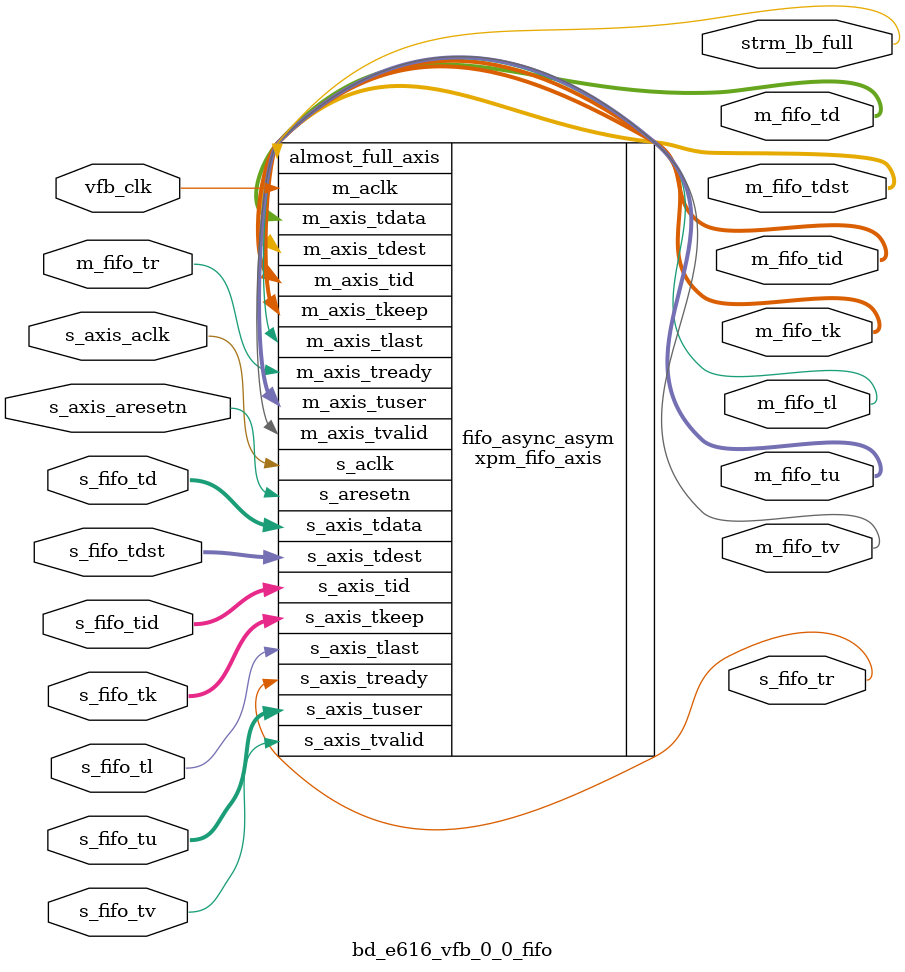
<source format=v>
`timescale 1ps/1ps
module bd_e616_vfb_0_0_fifo (
  input            s_axis_aclk    ,

  input         s_axis_aresetn ,
  input            vfb_clk        ,
  output    s_fifo_tr      ,
  input     s_fifo_tv      ,
  input      [32-1:0]  s_fifo_td      ,
  input [31:0]     s_fifo_tid    ,   
  input      [12-1:0]  s_fifo_tu      ,
  input      [31:0] s_fifo_tdst      ,
  input      [4-1:0] s_fifo_tk      ,
  input      s_fifo_tl      ,
  input     m_fifo_tr      ,
  output     m_fifo_tv      ,
  output   [32-1:0]   m_fifo_td      ,
  output [31:0]     m_fifo_tid    ,   
  output[ 31:0]     m_fifo_tdst    ,   
  output   [12-1:0]  m_fifo_tu      ,
  output    [4-1:0] m_fifo_tk      ,
  output      m_fifo_tl      ,
  output  strm_lb_full   
);

xpm_fifo_axis#(
      .CLOCKING_MODE("independent_clock"), // String
      .ECC_MODE("no_ecc"),            // String
      .FIFO_DEPTH(2048),              // DECIMAL
      .FIFO_MEMORY_TYPE("block"),      // String
      .PACKET_FIFO("false"),          // String
      .PROG_EMPTY_THRESH(10),         // DECIMAL
      .PROG_FULL_THRESH(2043),          // DECIMAL
      .RD_DATA_COUNT_WIDTH(1),        // DECIMAL
      .RELATED_CLOCKS(0),             // DECIMAL
      .SIM_ASSERT_CHK(0),             // DECIMAL; 0=disable simulation messages, 1=enable simulation messages
      .TDATA_WIDTH(32),               // DECIMAL
      .TDEST_WIDTH(32),                // DECIMAL
      .TID_WIDTH(32),                  // DECIMAL
      .TUSER_WIDTH(12),                // DECIMAL
      .USE_ADV_FEATURES("1000"),      // String
      .WR_DATA_COUNT_WIDTH(1)         // DECIMAL
 ) fifo_async_asym(
  .s_aclk            (s_axis_aclk    ),
  .s_aresetn         (s_axis_aresetn ),
  .m_aclk            (vfb_clk        ),
  .s_axis_tready     (s_fifo_tr      ),
  .s_axis_tvalid     (s_fifo_tv      ),
  .s_axis_tdata      (s_fifo_td      ),
  .s_axis_tid      ( s_fifo_tid      ),
  .s_axis_tuser      (s_fifo_tu      ),
  .s_axis_tdest      (s_fifo_tdst      ),
  .s_axis_tkeep      (s_fifo_tk      ),
  .s_axis_tlast      (s_fifo_tl      ),
  .m_axis_tready     (m_fifo_tr      ),
  .m_axis_tvalid     (m_fifo_tv      ),
  .m_axis_tdata      (m_fifo_td      ),
  .m_axis_tid        (m_fifo_tid      ),
  .m_axis_tdest      (m_fifo_tdst     ),
  .m_axis_tuser      (m_fifo_tu      ),
  .m_axis_tkeep      (m_fifo_tk      ),
  .m_axis_tlast      (m_fifo_tl      ),
  .almost_full_axis  (strm_lb_full   )
);
endmodule

</source>
